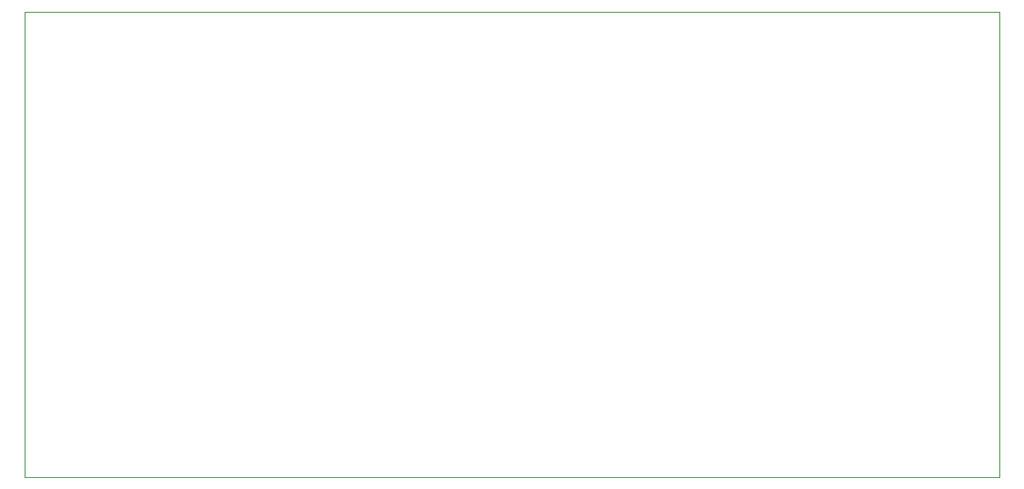
<source format=gm1>
%TF.GenerationSoftware,KiCad,Pcbnew,7.0.10*%
%TF.CreationDate,2025-10-26T16:30:34+00:00*%
%TF.ProjectId,Polivoks filter-R,506f6c69-766f-46b7-9320-66696c746572,rev?*%
%TF.SameCoordinates,Original*%
%TF.FileFunction,Profile,NP*%
%FSLAX46Y46*%
G04 Gerber Fmt 4.6, Leading zero omitted, Abs format (unit mm)*
G04 Created by KiCad (PCBNEW 7.0.10) date 2025-10-26 16:30:34*
%MOMM*%
%LPD*%
G01*
G04 APERTURE LIST*
%TA.AperFunction,Profile*%
%ADD10C,0.100000*%
%TD*%
G04 APERTURE END LIST*
D10*
X97599500Y-85356700D02*
X194754500Y-85356700D01*
X194754500Y-131711700D01*
X97599500Y-131711700D01*
X97599500Y-85356700D01*
M02*

</source>
